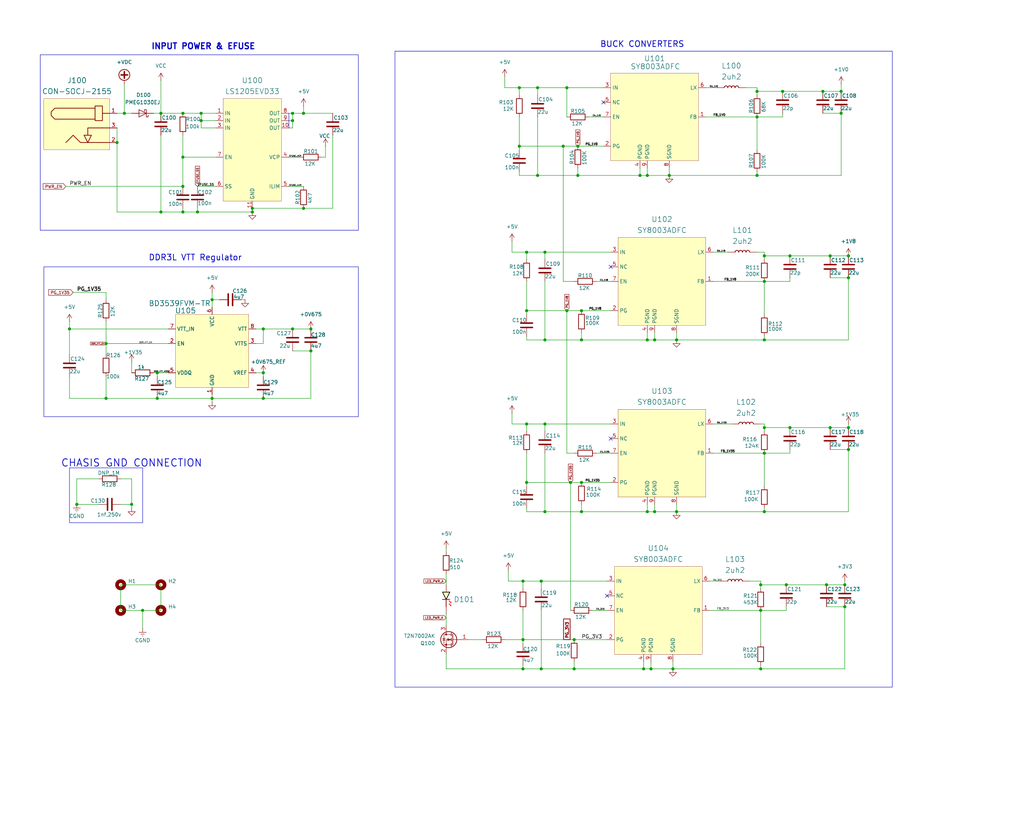
<source format=kicad_sch>
(kicad_sch (version 20231120) (generator "eeschema") (generator_version "8.0")
  (paper "User" 355.6 287.02)
  (title_block (title "Power") (date "2024-11-30") (rev "1"))
  (junction (at 199.39 232.41))
  (junction (at 63.5 39.37))
  (junction (at 182.88 147.32))
  (junction (at 182.88 167.64))
  (junction (at 63.5 73.66))
  (junction (at 43.18 39.37))
  (junction (at 91.44 129.54))
  (junction (at 91.44 114.3))
  (junction (at 196.85 107.95))
  (junction (at 182.88 107.95))
  (junction (at 200.66 50.8))
  (junction (at 294.64 96.52))
  (junction (at 63.5 54.61))
  (junction (at 87.63 73.66))
  (junction (at 189.23 147.32))
  (junction (at 224.79 118.11))
  (junction (at 273.05 203.2))
  (junction (at 232.41 60.96))
  (junction (at 180.34 50.8))
  (junction (at 107.95 114.3))
  (junction (at 262.89 60.96))
  (junction (at 181.61 201.93))
  (junction (at 201.93 177.8))
  (junction (at 201.93 107.95))
  (junction (at 181.61 222.25))
  (junction (at 224.79 177.8))
  (junction (at 201.93 118.11))
  (junction (at 24.13 114.3))
  (junction (at 293.37 203.2))
  (junction (at 226.06 232.41))
  (junction (at 54.61 138.43))
  (junction (at 288.29 148.59))
  (junction (at 26.67 175.26))
  (junction (at 262.89 31.75))
  (junction (at 293.37 210.82))
  (junction (at 222.25 60.96))
  (junction (at 187.96 201.93))
  (junction (at 287.02 203.2))
  (junction (at 199.39 222.25))
  (junction (at 63.5 64.77))
  (junction (at 55.88 73.66))
  (junction (at 265.43 118.11))
  (junction (at 101.6 39.37))
  (junction (at 189.23 87.63))
  (junction (at 36.83 138.43))
  (junction (at 223.52 232.41))
  (junction (at 55.88 39.37))
  (junction (at 189.23 177.8))
  (junction (at 294.64 148.59))
  (junction (at 200.66 60.96))
  (junction (at 201.93 167.64))
  (junction (at 294.64 156.21))
  (junction (at 36.83 119.38))
  (junction (at 40.64 49.53))
  (junction (at 264.16 203.2))
  (junction (at 285.75 31.75))
  (junction (at 265.43 148.59))
  (junction (at 274.32 148.59))
  (junction (at 234.95 118.11))
  (junction (at 68.58 73.66))
  (junction (at 101.6 41.91))
  (junction (at 105.41 39.37))
  (junction (at 288.29 88.9))
  (junction (at 195.58 50.8))
  (junction (at 186.69 60.96))
  (junction (at 101.6 114.3))
  (junction (at 271.78 31.75))
  (junction (at 265.43 177.8))
  (junction (at 274.32 88.9))
  (junction (at 265.43 88.9))
  (junction (at 105.41 72.39))
  (junction (at 189.23 118.11))
  (junction (at 224.79 60.96))
  (junction (at 294.64 88.9))
  (junction (at 265.43 97.79))
  (junction (at 73.66 104.14))
  (junction (at 182.88 87.63))
  (junction (at 227.33 177.8))
  (junction (at 262.89 40.64))
  (junction (at 69.85 41.91))
  (junction (at 264.16 212.09))
  (junction (at 292.1 39.37))
  (junction (at 69.85 39.37))
  (junction (at 233.68 232.41))
  (junction (at 198.12 167.64))
  (junction (at 49.53 212.09))
  (junction (at 186.69 30.48))
  (junction (at 234.95 177.8))
  (junction (at 181.61 232.41))
  (junction (at 227.33 118.11))
  (junction (at 45.72 175.26))
  (junction (at 107.95 121.92))
  (junction (at 180.34 30.48))
  (junction (at 54.61 129.54))
  (junction (at 264.16 232.41))
  (junction (at 87.63 72.39))
  (junction (at 292.1 31.75))
  (junction (at 265.43 157.48))
  (junction (at 91.44 138.43))
  (junction (at 73.66 138.43))
  (junction (at 187.96 232.41))
  (junction (at 196.85 30.48))
  (no_connect (at 210.82 207.01))
  (no_connect (at 212.09 152.4))
  (no_connect (at 209.55 35.56))
  (no_connect (at 212.09 92.71))
  (wire (pts (xy 180.34 33.02) (xy 180.34 30.48)))
  (wire (pts (xy 68.58 64.77) (xy 74.93 64.77)))
  (wire (pts (xy 201.93 115.57) (xy 201.93 118.11)))
  (wire (pts (xy 40.64 44.45) (xy 40.64 49.53)))
  (wire (pts (xy 91.44 119.38) (xy 91.44 114.3)))
  (wire (pts (xy 36.83 138.43) (xy 54.61 138.43)))
  (wire (pts (xy 182.88 109.22) (xy 182.88 107.95)))
  (wire (pts (xy 63.5 64.77) (xy 22.86 64.77)))
  (wire (pts (xy 101.6 44.45) (xy 100.33 44.45)))
  (wire (pts (xy 154.94 199.39) (xy 154.94 203.2)))
  (wire (pts (xy 265.43 157.48) (xy 274.32 157.48)))
  (wire (pts (xy 182.88 87.63) (xy 189.23 87.63)))
  (wire (pts (xy 154.94 190.5) (xy 154.94 191.77)))
  (wire (pts (xy 181.61 222.25) (xy 199.39 222.25)))
  (wire (pts (xy 54.61 129.54) (xy 58.42 129.54)))
  (wire (pts (xy 264.16 147.32) (xy 265.43 147.32)))
  (wire (pts (xy 199.39 229.87) (xy 199.39 232.41)))
  (wire (pts (xy 41.91 203.2) (xy 41.91 212.09)))
  (wire (pts (xy 180.34 50.8) (xy 180.34 40.64)))
  (wire (pts (xy 265.43 97.79) (xy 247.65 97.79)))
  (wire (pts (xy 273.05 203.2) (xy 287.02 203.2)))
  (wire (pts (xy 200.66 50.8) (xy 209.55 50.8)))
  (wire (pts (xy 274.32 148.59) (xy 288.29 148.59)))
  (wire (pts (xy 226.06 232.41) (xy 223.52 232.41)))
  (wire (pts (xy 234.95 118.11) (xy 227.33 118.11)))
  (wire (pts (xy 36.83 130.81) (xy 36.83 138.43)))
  (wire (pts (xy 204.47 40.64) (xy 209.55 40.64)))
  (wire (pts (xy 234.95 118.11) (xy 265.43 118.11)))
  (wire (pts (xy 36.83 104.14) (xy 36.83 101.6)))
  (wire (pts (xy 55.88 203.2) (xy 41.91 203.2)))
  (wire (pts (xy 271.78 31.75) (xy 262.89 31.75)))
  (wire (pts (xy 262.89 60.96) (xy 262.89 59.69)))
  (wire (pts (xy 189.23 97.79) (xy 189.23 118.11)))
  (wire (pts (xy 196.85 157.48) (xy 196.85 107.95)))
  (wire (pts (xy 41.91 175.26) (xy 45.72 175.26)))
  (wire (pts (xy 177.8 143.51) (xy 177.8 147.32)))
  (wire (pts (xy 294.64 118.11) (xy 294.64 96.52)))
  (wire (pts (xy 55.88 212.09) (xy 55.88 203.2)))
  (wire (pts (xy 234.95 175.26) (xy 234.95 177.8)))
  (wire (pts (xy 73.66 138.43) (xy 91.44 138.43)))
  (wire (pts (xy 264.16 232.41) (xy 264.16 231.14)))
  (wire (pts (xy 176.53 201.93) (xy 181.61 201.93)))
  (wire (pts (xy 49.53 212.09) (xy 49.53 218.44)))
  (wire (pts (xy 182.88 167.64) (xy 198.12 167.64)))
  (wire (pts (xy 58.42 119.38) (xy 36.83 119.38)))
  (wire (pts (xy 101.6 114.3) (xy 107.95 114.3)))
  (wire (pts (xy 186.69 40.64) (xy 186.69 60.96)))
  (wire (pts (xy 265.43 97.79) (xy 274.32 97.79)))
  (wire (pts (xy 68.58 73.66) (xy 68.58 72.39)))
  (wire (pts (xy 262.89 40.64) (xy 245.11 40.64)))
  (wire (pts (xy 182.88 118.11) (xy 189.23 118.11)))
  (wire (pts (xy 265.43 87.63) (xy 265.43 88.9)))
  (wire (pts (xy 105.41 36.83) (xy 105.41 39.37)))
  (wire (pts (xy 260.35 201.93) (xy 264.16 201.93)))
  (wire (pts (xy 175.26 222.25) (xy 181.61 222.25)))
  (wire (pts (xy 262.89 52.07) (xy 262.89 40.64)))
  (wire (pts (xy 182.88 107.95) (xy 196.85 107.95)))
  (wire (pts (xy 100.33 39.37) (xy 101.6 39.37)))
  (wire (pts (xy 233.68 232.41) (xy 264.16 232.41)))
  (wire (pts (xy 232.41 60.96) (xy 262.89 60.96)))
  (wire (pts (xy 182.88 168.91) (xy 182.88 167.64)))
  (wire (pts (xy 265.43 168.91) (xy 265.43 157.48)))
  (wire (pts (xy 224.79 177.8) (xy 224.79 175.26)))
  (wire (pts (xy 177.8 83.82) (xy 177.8 87.63)))
  (wire (pts (xy 262.89 31.75) (xy 262.89 33.02)))
  (wire (pts (xy 234.95 115.57) (xy 234.95 118.11)))
  (wire (pts (xy 227.33 175.26) (xy 227.33 177.8)))
  (wire (pts (xy 113.03 50.8) (xy 113.03 54.61)))
  (wire (pts (xy 182.88 118.11) (xy 182.88 116.84)))
  (wire (pts (xy 69.85 39.37) (xy 69.85 41.91)))
  (wire (pts (xy 264.16 232.41) (xy 293.37 232.41)))
  (wire (pts (xy 189.23 149.86) (xy 189.23 147.32)))
  (wire (pts (xy 285.75 39.37) (xy 292.1 39.37)))
  (wire (pts (xy 274.32 88.9) (xy 288.29 88.9)))
  (wire (pts (xy 40.64 73.66) (xy 40.64 49.53)))
  (wire (pts (xy 181.61 204.47) (xy 181.61 201.93)))
  (wire (pts (xy 198.12 212.09) (xy 198.12 167.64)))
  (wire (pts (xy 199.39 97.79) (xy 195.58 97.79)))
  (wire (pts (xy 294.64 177.8) (xy 294.64 156.21)))
  (wire (pts (xy 26.67 175.26) (xy 26.67 166.37)))
  (wire (pts (xy 271.78 31.75) (xy 285.75 31.75)))
  (wire (pts (xy 26.67 175.26) (xy 34.29 175.26)))
  (wire (pts (xy 76.2 104.14) (xy 73.66 104.14)))
  (wire (pts (xy 69.85 41.91) (xy 69.85 44.45)))
  (wire (pts (xy 45.72 166.37) (xy 45.72 175.26)))
  (wire (pts (xy 247.65 87.63) (xy 252.73 87.63)))
  (wire (pts (xy 265.43 118.11) (xy 265.43 116.84)))
  (wire (pts (xy 288.29 148.59) (xy 294.64 148.59)))
  (wire (pts (xy 113.03 54.61) (xy 111.76 54.61)))
  (wire (pts (xy 181.61 232.41) (xy 187.96 232.41)))
  (wire (pts (xy 41.91 212.09) (xy 49.53 212.09)))
  (wire (pts (xy 189.23 118.11) (xy 201.93 118.11)))
  (wire (pts (xy 195.58 50.8) (xy 200.66 50.8)))
  (wire (pts (xy 247.65 147.32) (xy 254 147.32)))
  (wire (pts (xy 199.39 222.25) (xy 210.82 222.25)))
  (wire (pts (xy 63.5 72.39) (xy 63.5 73.66)))
  (wire (pts (xy 24.13 130.81) (xy 24.13 138.43)))
  (wire (pts (xy 264.16 203.2) (xy 264.16 204.47)))
  (wire (pts (xy 101.6 39.37) (xy 101.6 41.91)))
  (wire (pts (xy 187.96 204.47) (xy 187.96 201.93)))
  (wire (pts (xy 182.88 149.86) (xy 182.88 147.32)))
  (wire (pts (xy 264.16 223.52) (xy 264.16 212.09)))
  (wire (pts (xy 222.25 60.96) (xy 222.25 58.42)))
  (wire (pts (xy 154.94 213.36) (xy 154.94 217.17)))
  (wire (pts (xy 274.32 88.9) (xy 265.43 88.9)))
  (wire (pts (xy 201.93 175.26) (xy 201.93 177.8)))
  (wire (pts (xy 265.43 148.59) (xy 265.43 149.86)))
  (wire (pts (xy 292.1 60.96) (xy 292.1 39.37)))
  (wire (pts (xy 55.88 27.94) (xy 55.88 39.37)))
  (wire (pts (xy 224.79 58.42) (xy 224.79 60.96)))
  (wire (pts (xy 175.26 26.67) (xy 175.26 30.48)))
  (wire (pts (xy 43.18 39.37) (xy 40.64 39.37)))
  (wire (pts (xy 115.57 72.39) (xy 105.41 72.39)))
  (wire (pts (xy 274.32 148.59) (xy 265.43 148.59)))
  (wire (pts (xy 91.44 114.3) (xy 101.6 114.3)))
  (wire (pts (xy 294.64 147.32) (xy 294.64 148.59)))
  (wire (pts (xy 234.95 177.8) (xy 227.33 177.8)))
  (wire (pts (xy 262.89 60.96) (xy 292.1 60.96)))
  (wire (pts (xy 196.85 30.48) (xy 209.55 30.48)))
  (wire (pts (xy 105.41 39.37) (xy 115.57 39.37)))
  (wire (pts (xy 115.57 46.99) (xy 115.57 72.39)))
  (wire (pts (xy 288.29 96.52) (xy 294.64 96.52)))
  (wire (pts (xy 107.95 138.43) (xy 91.44 138.43)))
  (wire (pts (xy 182.88 177.8) (xy 182.88 176.53)))
  (wire (pts (xy 63.5 54.61) (xy 63.5 46.99)))
  (wire (pts (xy 180.34 52.07) (xy 180.34 50.8)))
  (wire (pts (xy 265.43 109.22) (xy 265.43 97.79)))
  (wire (pts (xy 186.69 33.02) (xy 186.69 30.48)))
  (wire (pts (xy 54.61 130.81) (xy 54.61 129.54)))
  (wire (pts (xy 180.34 60.96) (xy 180.34 59.69)))
  (wire (pts (xy 207.01 97.79) (xy 212.09 97.79)))
  (wire (pts (xy 199.39 232.41) (xy 223.52 232.41)))
  (wire (pts (xy 73.66 139.7) (xy 73.66 138.43)))
  (wire (pts (xy 87.63 72.39) (xy 87.63 73.66)))
  (wire (pts (xy 154.94 232.41) (xy 181.61 232.41)))
  (wire (pts (xy 91.44 129.54) (xy 88.9 129.54)))
  (wire (pts (xy 74.93 39.37) (xy 69.85 39.37)))
  (wire (pts (xy 182.88 107.95) (xy 182.88 97.79)))
  (wire (pts (xy 104.14 54.61) (xy 100.33 54.61)))
  (wire (pts (xy 265.43 118.11) (xy 294.64 118.11)))
  (wire (pts (xy 55.88 46.99) (xy 55.88 73.66)))
  (wire (pts (xy 223.52 232.41) (xy 223.52 229.87)))
  (wire (pts (xy 227.33 115.57) (xy 227.33 118.11)))
  (wire (pts (xy 53.34 129.54) (xy 54.61 129.54)))
  (wire (pts (xy 69.85 44.45) (xy 74.93 44.45)))
  (wire (pts (xy 186.69 30.48) (xy 196.85 30.48)))
  (wire (pts (xy 262.89 87.63) (xy 265.43 87.63)))
  (wire (pts (xy 162.56 222.25) (xy 167.64 222.25)))
  (wire (pts (xy 182.88 167.64) (xy 182.88 157.48)))
  (wire (pts (xy 55.88 39.37) (xy 63.5 39.37)))
  (wire (pts (xy 233.68 229.87) (xy 233.68 232.41)))
  (wire (pts (xy 201.93 107.95) (xy 212.09 107.95)))
  (wire (pts (xy 287.02 210.82) (xy 293.37 210.82)))
  (wire (pts (xy 265.43 157.48) (xy 247.65 157.48)))
  (wire (pts (xy 101.6 121.92) (xy 107.95 121.92)))
  (wire (pts (xy 100.33 41.91) (xy 101.6 41.91)))
  (wire (pts (xy 187.96 212.09) (xy 187.96 232.41)))
  (wire (pts (xy 101.6 41.91) (xy 101.6 44.45)))
  (wire (pts (xy 88.9 119.38) (xy 91.44 119.38)))
  (wire (pts (xy 73.66 104.14) (xy 73.66 106.68)))
  (wire (pts (xy 55.88 39.37) (xy 53.34 39.37)))
  (wire (pts (xy 287.02 203.2) (xy 293.37 203.2)))
  (wire (pts (xy 265.43 177.8) (xy 294.64 177.8)))
  (wire (pts (xy 227.33 118.11) (xy 224.79 118.11)))
  (wire (pts (xy 36.83 123.19) (xy 36.83 119.38)))
  (wire (pts (xy 69.85 41.91) (xy 74.93 41.91)))
  (wire (pts (xy 73.66 101.6) (xy 73.66 104.14)))
  (wire (pts (xy 85.09 104.14) (xy 83.82 104.14)))
  (wire (pts (xy 91.44 130.81) (xy 91.44 129.54)))
  (wire (pts (xy 265.43 88.9) (xy 265.43 90.17)))
  (wire (pts (xy 181.61 222.25) (xy 181.61 212.09)))
  (wire (pts (xy 205.74 212.09) (xy 210.82 212.09)))
  (wire (pts (xy 224.79 118.11) (xy 224.79 115.57)))
  (wire (pts (xy 245.11 30.48) (xy 248.92 30.48)))
  (wire (pts (xy 201.93 118.11) (xy 224.79 118.11)))
  (wire (pts (xy 45.72 166.37) (xy 41.91 166.37)))
  (wire (pts (xy 227.33 177.8) (xy 224.79 177.8)))
  (wire (pts (xy 180.34 60.96) (xy 186.69 60.96)))
  (wire (pts (xy 199.39 157.48) (xy 196.85 157.48)))
  (wire (pts (xy 293.37 232.41) (xy 293.37 210.82)))
  (wire (pts (xy 189.23 90.17) (xy 189.23 87.63)))
  (wire (pts (xy 105.41 39.37) (xy 101.6 39.37)))
  (wire (pts (xy 73.66 138.43) (xy 73.66 137.16)))
  (wire (pts (xy 63.5 73.66) (xy 68.58 73.66)))
  (wire (pts (xy 189.23 157.48) (xy 189.23 177.8)))
  (wire (pts (xy 273.05 212.09) (xy 273.05 210.82)))
  (wire (pts (xy 107.95 121.92) (xy 107.95 138.43)))
  (wire (pts (xy 262.89 30.48) (xy 262.89 31.75)))
  (wire (pts (xy 262.89 40.64) (xy 271.78 40.64)))
  (wire (pts (xy 200.66 60.96) (xy 222.25 60.96)))
  (wire (pts (xy 288.29 156.21) (xy 294.64 156.21)))
  (wire (pts (xy 265.43 147.32) (xy 265.43 148.59)))
  (wire (pts (xy 24.13 114.3) (xy 24.13 111.76)))
  (wire (pts (xy 189.23 177.8) (xy 201.93 177.8)))
  (wire (pts (xy 63.5 64.77) (xy 63.5 54.61)))
  (wire (pts (xy 232.41 60.96) (xy 224.79 60.96)))
  (wire (pts (xy 177.8 147.32) (xy 182.88 147.32)))
  (wire (pts (xy 175.26 30.48) (xy 180.34 30.48)))
  (wire (pts (xy 181.61 201.93) (xy 187.96 201.93)))
  (wire (pts (xy 233.68 232.41) (xy 226.06 232.41)))
  (wire (pts (xy 49.53 212.09) (xy 55.88 212.09)))
  (wire (pts (xy 24.13 123.19) (xy 24.13 114.3)))
  (wire (pts (xy 232.41 58.42) (xy 232.41 60.96)))
  (wire (pts (xy 201.93 167.64) (xy 212.09 167.64)))
  (wire (pts (xy 293.37 201.93) (xy 293.37 203.2)))
  (wire (pts (xy 180.34 50.8) (xy 195.58 50.8)))
  (wire (pts (xy 45.72 125.73) (xy 45.72 129.54)))
  (wire (pts (xy 180.34 30.48) (xy 186.69 30.48)))
  (wire (pts (xy 273.05 203.2) (xy 264.16 203.2)))
  (wire (pts (xy 246.38 201.93) (xy 250.19 201.93)))
  (wire (pts (xy 259.08 30.48) (xy 262.89 30.48)))
  (wire (pts (xy 207.01 157.48) (xy 212.09 157.48)))
  (wire (pts (xy 54.61 138.43) (xy 73.66 138.43)))
  (wire (pts (xy 224.79 60.96) (xy 222.25 60.96)))
  (wire (pts (xy 100.33 64.77) (xy 105.41 64.77)))
  (wire (pts (xy 234.95 177.8) (xy 265.43 177.8)))
  (wire (pts (xy 186.69 60.96) (xy 200.66 60.96)))
  (wire (pts (xy 264.16 212.09) (xy 246.38 212.09)))
  (wire (pts (xy 177.8 87.63) (xy 182.88 87.63)))
  (wire (pts (xy 288.29 88.9) (xy 294.64 88.9)))
  (wire (pts (xy 196.85 40.64) (xy 196.85 30.48)))
  (wire (pts (xy 189.23 87.63) (xy 212.09 87.63)))
  (wire (pts (xy 274.32 157.48) (xy 274.32 156.21)))
  (wire (pts (xy 274.32 97.79) (xy 274.32 96.52)))
  (wire (pts (xy 198.12 167.64) (xy 201.93 167.64)))
  (wire (pts (xy 154.94 227.33) (xy 154.94 232.41)))
  (wire (pts (xy 189.23 147.32) (xy 212.09 147.32)))
  (wire (pts (xy 195.58 97.79) (xy 195.58 50.8)))
  (wire (pts (xy 181.61 223.52) (xy 181.61 222.25)))
  (wire (pts (xy 55.88 73.66) (xy 63.5 73.66)))
  (wire (pts (xy 264.16 212.09) (xy 273.05 212.09)))
  (wire (pts (xy 55.88 73.66) (xy 40.64 73.66)))
  (wire (pts (xy 36.83 119.38) (xy 36.83 111.76)))
  (wire (pts (xy 285.75 31.75) (xy 292.1 31.75)))
  (wire (pts (xy 74.93 54.61) (xy 63.5 54.61)))
  (wire (pts (xy 201.93 177.8) (xy 224.79 177.8)))
  (wire (pts (xy 88.9 114.3) (xy 91.44 114.3)))
  (wire (pts (xy 200.66 58.42) (xy 200.66 60.96)))
  (wire (pts (xy 43.18 29.21) (xy 43.18 39.37)))
  (wire (pts (xy 182.88 147.32) (xy 189.23 147.32)))
  (wire (pts (xy 26.67 166.37) (xy 34.29 166.37)))
  (wire (pts (xy 182.88 177.8) (xy 189.23 177.8)))
  (wire (pts (xy 45.72 176.53) (xy 45.72 175.26)))
  (wire (pts (xy 58.42 114.3) (xy 24.13 114.3)))
  (wire (pts (xy 199.39 232.41) (xy 187.96 232.41)))
  (wire (pts (xy 265.43 177.8) (xy 265.43 176.53)))
  (wire (pts (xy 24.13 138.43) (xy 36.83 138.43)))
  (wire (pts (xy 63.5 39.37) (xy 69.85 39.37)))
  (wire (pts (xy 87.63 72.39) (xy 105.41 72.39)))
  (wire (pts (xy 181.61 232.41) (xy 181.61 231.14)))
  (wire (pts (xy 187.96 201.93) (xy 210.82 201.93)))
  (wire (pts (xy 292.1 29.21) (xy 292.1 31.75)))
  (wire (pts (xy 68.58 73.66) (xy 87.63 73.66)))
  (wire (pts (xy 25.4 101.6) (xy 36.83 101.6)))
  (wire (pts (xy 182.88 90.17) (xy 182.88 87.63)))
  (wire (pts (xy 45.72 39.37) (xy 43.18 39.37)))
  (wire (pts (xy 196.85 107.95) (xy 201.93 107.95)))
  (wire (pts (xy 176.53 198.12) (xy 176.53 201.93)))
  (wire (pts (xy 271.78 40.64) (xy 271.78 39.37)))
  (wire (pts (xy 264.16 201.93) (xy 264.16 203.2)))
  (wire (pts (xy 226.06 229.87) (xy 226.06 232.41)))
  (rectangle (start 15.24 92.71) (end 124.46 144.78))
  (rectangle (start 137.16 17.78) (end 309.88 238.76))
  (rectangle (start 24.13 162.56) (end 49.53 181.61))
  (rectangle (start 13.97 19.05) (end 124.46 80.01))
  (rectangle (start 100.33 39.37) (end 100.33 44.45))
  (text "INPUT POWER & EFUSE\n" (at 70.612 16.256 0) (effects (font (size 2.032 2.032) (thickness 0.4064) (bold yes))))
  (text "DDR3L VTT Regulator" (at 67.818 89.662 0) (effects (font (size 2.032 2.032) (thickness 0.254) (bold yes))))
  (text "BUCK CONVERTERS" (at 223.012 15.494 0) (effects (font (size 2.032 2.032) (thickness 0.254) (bold yes))))
  (text "CHASIS GND CONNECTION" (at 45.72 161.036 0) (effects (font (size 2.54 2.54) (thickness 0.254) (bold yes))))
  (label "SW_1V35" (at 248.92 147.32 0) (effects (font (size 0.508 0.508) (thickness 0.254) (bold yes))))
  (label "DDR_VTT_VDDQ" (at 53.34 129.54 0) (effects (font (size 0.508 0.508) (thickness 0.254) (bold yes))))
  (label "EN_3V3" (at 207.01 212.09 0) (effects (font (size 0.508 0.508) (thickness 0.254) (bold yes))))
  (label "PG_1V35" (at 203.2 167.64 0) (effects (font (size 0.762 0.762) (thickness 0.254) (bold yes))))
  (label "FB_1V0" (at 247.65 40.64 0) (effects (font (size 0.762 0.762) (thickness 0.254) (bold yes))))
  (label "EFUSE_SS" (at 68.58 64.77 0) (effects (font (size 0.762 0.762))))
  (label "EN_1V35" (at 208.28 157.48 0) (effects (font (size 0.508 0.508) (thickness 0.254) (bold yes))))
  (label "PWR_EN" (at 24.13 64.77 0))
  (label "SW_3V3" (at 247.65 201.93 0) (effects (font (size 0.508 0.508) (thickness 0.0635))))
  (label "DDR_VTT_EN" (at 48.26 119.38 0) (effects (font (size 0.508 0.508) (thickness 0.0635))))
  (label "PG_1V8" (at 204.47 107.95 0) (effects (font (size 0.762 0.762) (thickness 0.254) (bold yes))))
  (label "EFUSE_VCP" (at 100.33 54.61 0) (effects (font (size 0.508 0.508))))
  (label "PG_1V0" (at 203.2 50.8 0) (effects (font (size 0.762 0.762) (thickness 0.254) (bold yes))))
  (label "EN_1V0" (at 205.74 40.64 0) (effects (font (size 0.508 0.508) (thickness 0.254) (bold yes))))
  (label "SW_1V8" (at 248.92 87.63 0) (effects (font (size 0.508 0.508) (thickness 0.254) (bold yes))))
  (label "EFUSE_ILIM" (at 100.33 64.77 0) (effects (font (size 0.508 0.508))))
  (label "PG_3V3" (at 201.93 222.25 0) (effects (font (thickness 0.1588))))
  (label "EN_1V8" (at 208.28 97.79 0) (effects (font (size 0.508 0.508) (thickness 0.254) (bold yes))))
  (label "FB_3V3" (at 248.92 212.09 0) (effects (font (size 0.762 0.762) (thickness 0.0953))))
  (label "FB_1V35" (at 250.19 157.48 0) (effects (font (size 0.762 0.762) (thickness 0.254) (bold yes))))
  (label "PG_1V35" (at 26.67 101.6 0) (effects (font (thickness 0.254) (bold yes))))
  (label "SW_1V0" (at 246.38 30.48 0) (effects (font (size 0.508 0.508) (thickness 0.254) (bold yes))))
  (label "FB_1V8" (at 251.46 97.79 0) (effects (font (size 0.762 0.762) (thickness 0.254) (bold yes))))
  (global_label "PG_1V35" (shape input) (at 25.4 101.6 180) (effects (font (size 1.016 1.016))) (property "Intersheetrefs" "${INTERSHEET_REFS}" (effects (hide yes))))
  (global_label "LED_PWR_A" (shape input) (at 154.94 201.93 180) (effects (font (size 0.762 0.762))) (property "Intersheetrefs" "${INTERSHEET_REFS}" (effects (hide yes))))
  (global_label "PG_1V0" (shape input) (at 200.66 50.8 90) (effects (font (size 0.762 0.762))) (property "Intersheetrefs" "${INTERSHEET_REFS}" (effects (hide yes))))
  (global_label "LED_PWR_K" (shape input) (at 154.94 214.63 180) (effects (font (size 0.762 0.762))) (property "Intersheetrefs" "${INTERSHEET_REFS}" (effects (hide yes))))
  (global_label "EFUSE_SS" (shape input) (at 68.58 64.77 90) (effects (font (size 0.762 0.762))) (property "Intersheetrefs" "${INTERSHEET_REFS}" (effects (hide yes))))
  (global_label "DDR_VTT_EN" (shape input) (at 36.83 119.38 180) (effects (font (size 0.508 0.508))) (property "Intersheetrefs" "${INTERSHEET_REFS}" (effects (hide yes))))
  (global_label "PG_1V35" (shape input) (at 198.12 167.64 90) (effects (font (size 0.762 0.762))) (property "Intersheetrefs" "${INTERSHEET_REFS}" (effects (hide yes))))
  (global_label "PG_1V8" (shape input) (at 196.85 107.95 90) (effects (font (size 0.762 0.762))) (property "Intersheetrefs" "${INTERSHEET_REFS}" (effects (hide yes))))
  (global_label "PWR_EN" (shape input) (at 22.86 64.77 180) (effects (font (size 1.016 1.016))) (property "Intersheetrefs" "${INTERSHEET_REFS}" (effects (hide yes))))
  (global_label "PG_3V3" (shape passive) (at 196.85 222.25 90) (effects (font (size 1.016 1.016) (thickness 0.254) (bold yes))) (property "Intersheetrefs" "${INTERSHEET_REFS}" (effects (hide yes))))
  (symbol (lib_id "power:+1V35") (at 294.64 147.32 0) (unit 1)
    (property "Reference" "#PWR023" (effects (hide yes)))
    (property "Value" "+1V35" (at 295.148 144.018 0))
    (property "Description" "Power symbol creates a global label with name \"+1V35\"" (effects (hide yes)))
  )
  (symbol (lib_id "Device:C") (at 288.29 152.4 0) (unit 1)
    (property "Reference" "C117" (at 288.544 150.114 0) (effects (justify left)))
    (property "Value" "22u" (at 288.29 154.432 0) (effects (justify left)))
    (property "Footprint" "easyeda2kicad_foorprint:C0805" (effects (hide yes)))
    (property "Description" "Unpolarized capacitor" (effects (hide yes)))
    (property "LCSC" "C45783" (effects (hide yes)))
    (property "Manufacturer Part Number" "CL21A226MAQNNNE" (effects (hide yes)))
  )
  (symbol (lib_id "power:VCC") (at 55.88 27.94 0) (unit 1)
    (property "Reference" "#PWR03" (effects (hide yes)))
    (property "Value" "VCC" (at 55.88 22.86 0))
    (property "Description" "Power symbol creates a global label with name \"VCC\"" (effects (hide yes)))
  )
  (symbol (lib_id "Device:R") (at 182.88 153.67 180) (unit 1)
    (property "Reference" "R113" (at 179.07 152.146 0))
    (property "Value" "12K" (at 179.832 153.924 0))
    (property "Footprint" "Resistor_SMD:R_0402_1005Metric" (effects (hide yes)))
    (property "Description" "Resistor" (effects (hide yes)))
    (property "LCSC" "C25752" (effects (hide yes)))
    (property "Manufacturer Part Number" "0402WGF1202TCE" (effects (hide yes)))
  )
  (symbol (lib_id "Device:R") (at 182.88 93.98 180) (unit 1)
    (property "Reference" "R108" (at 179.324 92.71 0))
    (property "Value" "12K" (at 179.832 94.996 0))
    (property "Footprint" "Resistor_SMD:R_0402_1005Metric" (effects (hide yes)))
    (property "Description" "Resistor" (effects (hide yes)))
    (property "LCSC" "C25752" (effects (hide yes)))
    (property "Manufacturer Part Number" "0402WGF1202TCE" (effects (hide yes)))
  )
  (symbol (lib_id "Device:R") (at 262.89 36.83 180) (unit 1)
    (property "Reference" "R106" (at 260.858 36.83 90))
    (property "Value" "68K" (at 265.176 37.084 90))
    (property "Footprint" "Resistor_SMD:R_0402_1005Metric" (effects (hide yes)))
    (property "Description" "Resistor" (effects (hide yes)))
    (property "LCSC" "C23231" (effects (hide yes)))
    (property "Manufacturer Part Number" " 0603WAF6802T5E" (effects (hide yes)))
  )
  (symbol (lib_id "power:+5V") (at 24.13 111.76 0) (unit 1)
    (property "Reference" "#PWR06" (effects (hide yes)))
    (property "Value" "+5V" (at 24.13 106.68 0))
    (property "Description" "Power symbol creates a global label with name \"+5V\"" (effects (hide yes)))
  )
  (symbol (lib_id "Device:C") (at 292.1 35.56 0) (unit 1)
    (property "Reference" "C108" (at 292.354 33.274 0) (effects (justify left)))
    (property "Value" "22u" (at 292.1 37.592 0) (effects (justify left)))
    (property "Footprint" "easyeda2kicad_foorprint:C0805" (effects (hide yes)))
    (property "Description" "Unpolarized capacitor" (effects (hide yes)))
    (property "LCSC" "C45783" (effects (hide yes)))
    (property "Manufacturer Part Number" "CL21A226MAQNNNE" (effects (hide yes)))
  )
  (symbol (lib_id "Device:C") (at 287.02 207.01 0) (unit 1)
    (property "Reference" "C122" (at 287.274 204.724 0) (effects (justify left)))
    (property "Value" "22u" (at 287.02 209.042 0) (effects (justify left)))
    (property "Footprint" "easyeda2kicad_foorprint:C0805" (effects (hide yes)))
    (property "Description" "Unpolarized capacitor" (effects (hide yes)))
    (property "LCSC" "C45783" (effects (hide yes)))
    (property "Manufacturer Part Number" "CL21A226MAQNNNE" (effects (hide yes)))
  )
  (symbol (lib_id "Device:R") (at 262.89 55.88 180) (unit 1)
    (property "Reference" "R107" (at 260.858 55.88 90))
    (property "Value" "100K" (at 265.176 56.134 90))
    (property "Footprint" "Resistor_SMD:R_0402_1005Metric" (effects (hide yes)))
    (property "Description" "Resistor" (effects (hide yes)))
    (property "LCSC" "C25741" (effects (hide yes)))
    (property "Manufacturer Part Number" "0402WGF1003TCE" (effects (hide yes)))
  )
  (symbol (lib_id "Schematic-Lib-PhilsLab:SY8003ADFC") (at 229.87 97.79 0) (unit 1)
    (property "Reference" "U102" (at 229.87 76.2 0) (effects (font (size 1.8288 1.8288))))
    (property "Value" "SY8003ADFC" (at 229.87 80.01 0) (effects (font (size 1.8288 1.8288))))
    (property "Footprint" "easyeda2kicad_foorprint:DFN-8_L2.0-W2.0-P0.50-LS2.0-BL-EP" (effects (hide yes)))
    (property "Description" "High Efficiency 5.5V, 3A Continuous, 1MHz Synchronous Step Down Regulator" (effects (hide yes)))
    (property "Manufacturer" "Silergy" (effects (hide yes)))
    (property "Manufacturer Part Number" "High Efficiency 5.5V, 3A continuous, 1MHz" (effects (hide yes)))
    (property "LCSC" "C178236" (effects (hide yes)))
  )
  (symbol (lib_id "Schematic-Lib-PhilsLab:SRP0415-2R2K") (at 259.08 147.32 0) (unit 1)
    (property "Reference" "L102" (at 259.08 139.7 0) (effects (font (size 1.8288 1.8288))))
    (property "Value" "2uh2" (at 259.08 143.51 0) (effects (font (size 1.8288 1.8288))))
    (property "Footprint" "easyeda2kicad_foorprint:IND-SMD_L4.4-W4.1" (effects (hide yes)))
    (property "Description" "Inductor SMD 2.2uH Bourns SRP0415-2R2K" (effects (hide yes)))
    (property "Manufacturer" "Bourns" (effects (hide yes)))
    (property "Manufacturer Part Number" "SRP0415-2R2K" (effects (hide yes)))
    (property "LCSC" " C1858073" (effects (hide yes)))
  )
  (symbol (lib_id "power:VCC") (at 113.03 50.8 0) (unit 1)
    (property "Reference" "#PWR05" (effects (hide yes)))
    (property "Value" "VCC" (at 112.776 47.244 0))
    (property "Description" "Power symbol creates a global label with name \"VCC\"" (effects (hide yes)))
  )
  (symbol (lib_id "Device:C") (at 274.32 152.4 0) (unit 1)
    (property "Reference" "C116" (at 274.574 150.114 0) (effects (justify left)))
    (property "Value" "22p" (at 274.32 154.432 0) (effects (justify left)))
    (property "Footprint" "Capacitor_SMD:C_0402_1005Metric" (effects (hide yes)))
    (property "Description" "Unpolarized capacitor" (effects (hide yes)))
    (property "LCSC" "C1555" (effects (hide yes)))
    (property "Manufacturer Part Number" "0402CG220J500NT" (effects (hide yes)))
  )
  (symbol (lib_id "power:GND") (at 85.09 104.14 0) (unit 1)
    (property "Reference" "#PWR012" (effects (hide yes)))
    (property "Value" "GND" (effects (hide yes)))
    (property "Description" "Power symbol creates a global label with name \"GND\" , ground" (effects (hide yes)))
  )
  (symbol (lib_id "power:+5V") (at 175.26 26.67 0) (unit 1)
    (property "Reference" "#PWR015" (effects (hide yes)))
    (property "Value" "+5V" (at 175.26 21.59 0))
    (property "Description" "Power symbol creates a global label with name \"+5V\"" (effects (hide yes)))
  )
  (symbol (lib_id "Schematic-Lib-PhilsLab:LS1205EVD33") (at 87.63 52.07 0) (unit 1)
    (property "Reference" "U100" (at 87.63 27.94 0) (effects (font (size 1.8288 1.8288))))
    (property "Value" "LS1205EVD33" (at 87.63 31.75 0) (effects (font (size 1.8288 1.8288))))
    (property "Footprint" "easyeda2kicad_foorprint:TDFN-10_L3.0-W3.0-P0.50-BL-EP-2.3-1" (effects (hide yes)))
    (property "Description" "18V, 5A eFuse with Programmable Current Limit and Output Voltage Clamp" (effects (hide yes)))
    (property "Manufacturer" "Littelfuse" (effects (hide yes)))
    (property "Manufacturer Part Number" "LS1205EVD33" (effects (hide yes)))
    (property "LCSC" "C6653278" (effects (hide yes)))
  )
  (symbol (lib_id "power:+1V0") (at 107.95 114.3 0) (unit 1)
    (property "Reference" "#PWR09" (effects (hide yes)))
    (property "Value" "+0V675" (at 107.95 109.22 0))
    (property "Description" "Power symbol creates a global label with name \"+1V0\"" (effects (hide yes)))
  )
  (symbol (lib_id "power:GND") (at 45.72 176.53 0) (unit 1)
    (property "Reference" "#PWR013" (effects (hide yes)))
    (property "Value" "GND" (effects (hide yes)))
    (property "Description" "Power symbol creates a global label with name \"GND\" , ground" (effects (hide yes)))
  )
  (symbol (lib_id "power:+1V0") (at 292.1 29.21 0) (unit 1)
    (property "Reference" "#PWR017" (effects (hide yes)))
    (property "Value" "+1V0" (at 292.1 24.13 0))
    (property "Description" "Power symbol creates a global label with name \"+1V0\"" (effects (hide yes)))
  )
  (symbol (lib_id "Device:C") (at 288.29 92.71 0) (unit 1)
    (property "Reference" "C112" (at 288.544 90.424 0) (effects (justify left)))
    (property "Value" "22u" (at 288.29 94.742 0) (effects (justify left)))
    (property "Footprint" "easyeda2kicad_foorprint:C0805" (effects (hide yes)))
    (property "Description" "Unpolarized capacitor" (effects (hide yes)))
    (property "LCSC" "C45783" (effects (hide yes)))
    (property "Manufacturer Part Number" "CL21A226MAQNNNE" (effects (hide yes)))
  )
  (symbol (lib_id "power:Earth") (at 26.67 175.26 0) (unit 1)
    (property "Reference" "#PWR014" (effects (hide yes)))
    (property "Value" "CGND" (at 26.67 179.324 0))
    (property "Description" "Power symbol creates a global label with name \"Earth\"" (effects (hide yes)))
  )
  (symbol (lib_id "Transistor_FET:T2N7002AK") (at 157.48 222.25 0) (mirror y) (unit 1)
    (property "Reference" "Q100" (at 151.13 223.5201 0) (effects (justify left)))
    (property "Value" "T2N7002AK" (at 151.13 220.9801 0) (effects (justify left)))
    (property "Footprint" "Package_TO_SOT_SMD:SOT-23" (effects (hide yes)))
    (property "Datasheet" "https://toshiba.semicon-storage.com/info/docget.jsp?did=29712&prodName=T2N7002AK" (effects (hide yes)))
    (property "Description" "60V Vds, 0.2A Id, N-Channel MOSFET, SOT-23" (effects (hide yes)))
    (property "LCSC" "C516175" (effects (hide yes)))
    (property "Manufacturer Part Number" " T2N7002AK,LM" (effects (hide yes)))
  )
  (symbol (lib_id "Mechanical:MountingHole") (at 55.88 212.09 0) (unit 1) (exclude_from_sim yes) (in_bom no)
    (property "Reference" "H4" (at 58.42 210.8199 0) (effects (justify left)))
    (property "Value" "MountingHole" (effects (hide yes)))
    (property "Footprint" "MountingHole:MountingHole_3.2mm_M3" (effects (hide yes)))
    (property "Description" "Mounting Hole without connection" (effects (hide yes)))
  )
  (symbol (lib_id "power:+5V") (at 177.8 143.51 0) (unit 1)
    (property "Reference" "#PWR021" (effects (hide yes)))
    (property "Value" "+5V" (at 177.8 138.43 0))
    (property "Description" "Power symbol creates a global label with name \"+5V\"" (effects (hide yes)))
  )
  (symbol (lib_id "power:GND") (at 234.95 118.11 0) (unit 1)
    (property "Reference" "#PWR019" (effects (hide yes)))
    (property "Value" "GND" (effects (hide yes)))
    (property "Description" "Power symbol creates a global label with name \"GND\" , ground" (effects (hide yes)))
  )
  (symbol (lib_id "Device:C") (at 80.01 104.14 90) (unit 1)
    (property "Reference" "C126" (at 85.852 101.092 90) (effects (justify left)))
    (property "Value" "4u7" (at 84.836 103.124 90) (effects (justify left)))
    (property "Footprint" "Capacitor_SMD:C_0402_1005Metric" (effects (hide yes)))
    (property "Description" "Unpolarized capacitor" (effects (hide yes)))
    (property "LCSC" "C23733" (effects (hide yes)))
    (property "Manufacturer Part Number" "CL05A475MP5NRNC" (effects (hide yes)))
  )
  (symbol (lib_id "Device:R") (at 203.2 157.48 90) (unit 1)
    (property "Reference" "R115" (at 203.2 155.448 90))
    (property "Value" "12K" (at 202.946 159.766 90))
    (property "Footprint" "Resistor_SMD:R_0402_1005Metric" (effects (hide yes)))
    (property "Description" "Resistor" (effects (hide yes)))
    (property "LCSC" "C25752" (effects (hide yes)))
    (property "Manufacturer Part Number" "0402WGF1202TCE" (effects (hide yes)))
  )
  (symbol (lib_id "Schematic-Lib-PhilsLab:SRP0415-2R2K") (at 254 30.48 0) (unit 1)
    (property "Reference" "L100" (at 254 22.86 0) (effects (font (size 1.8288 1.8288))))
    (property "Value" "2uh2" (at 254 26.67 0) (effects (font (size 1.8288 1.8288))))
    (property "Footprint" "easyeda2kicad_foorprint:IND-SMD_L4.4-W4.1" (effects (hide yes)))
    (property "Description" "Inductor SMD 2.2uH Bourns SRP0415-2R2K" (effects (hide yes)))
    (property "Manufacturer" "Bourns" (effects (hide yes)))
    (property "Manufacturer Part Number" "SRP0415-2R2K" (effects (hide yes)))
    (property "LCSC" " C1858073" (effects (hide yes)))
  )
  (symbol (lib_id "Device:R") (at 201.93 212.09 90) (unit 1)
    (property "Reference" "R120" (at 201.93 210.058 90))
    (property "Value" "12K" (at 201.676 214.376 90))
    (property "Footprint" "Resistor_SMD:R_0402_1005Metric" (effects (hide yes)))
    (property "Description" "Resistor" (effects (hide yes)))
    (property "LCSC" "C25752" (effects (hide yes)))
    (property "Manufacturer Part Number" "0402WGF1202TCE" (effects (hide yes)))
  )
  (symbol (lib_id "Diode:PMEG1030EJ") (at 49.53 39.37 180) (unit 1)
    (property "Reference" "D100" (at 49.8475 33.02 0))
    (property "Value" "PMEG1030EJ" (at 49.53 35.56 0))
    (property "Footprint" "easyeda2kicad_foorprint:SOD-323_L1.8-W1.3-LS2.5-RD" (effects (hide yes)))
    (property "Datasheet" "https://assets.nexperia.com/documents/data-sheet/PMEG1030EH_EJ.pdf" (effects (hide yes)))
    (property "Description" "10V, 3A ultra low Vf MEGA Schottky barrier rectifier, SOD-323F" (effects (hide yes)))
    (property "LCSC" "C133633" (effects (hide yes)))
    (property "Field6Manufacturer Part Number" "PMEG1030EJ" (effects (hide yes)))
  )
  (symbol (lib_id "Device:C") (at 187.96 208.28 0) (unit 1)
    (property "Reference" "C119" (at 188.214 205.994 0) (effects (justify left)))
    (property "Value" "22u" (at 187.96 210.312 0) (effects (justify left)))
    (property "Footprint" "easyeda2kicad_foorprint:C0805" (effects (hide yes)))
    (property "Description" "Unpolarized capacitor" (effects (hide yes)))
    (property "LCSC" "C45783" (effects (hide yes)))
    (property "Manufacturer Part Number" "CL21A226MAQNNNE" (effects (hide yes)))
  )
  (symbol (lib_id "Device:R") (at 265.43 113.03 180) (unit 1)
    (property "Reference" "R112" (at 269.24 112.522 0))
    (property "Value" "100K" (at 269.24 114.3 0))
    (property "Footprint" "Resistor_SMD:R_0402_1005Metric" (effects (hide yes)))
    (property "Description" "Resistor" (effects (hide yes)))
    (property "LCSC" "C25741" (effects (hide yes)))
    (property "Manufacturer Part Number" "0402WGF1003TCE" (effects (hide yes)))
  )
  (symbol (lib_id "Device:C") (at 115.57 43.18 0) (unit 1)
    (property "Reference" "C103" (at 115.824 40.894 0) (effects (justify left)))
    (property "Value" "22u" (at 115.57 45.212 0) (effects (justify left)))
    (property "Footprint" "easyeda2kicad_foorprint:C0805" (effects (hide yes)))
    (property "Description" "Unpolarized capacitor" (effects (hide yes)))
    (property "LCSC" "C45783" (effects (hide yes)))
    (property "Manufacturer Part Number" "CL21A226MAQNNNE" (effects (hide yes)))
  )
  (symbol (lib_id "Mechanical:MountingHole") (at 55.88 203.2 0) (unit 1) (exclude_from_sim yes) (in_bom no)
    (property "Reference" "H2" (at 58.42 201.9299 0) (effects (justify left)))
    (property "Value" "MountingHole" (effects (hide yes)))
    (property "Footprint" "MountingHole:MountingHole_3.2mm_M3" (effects (hide yes)))
    (property "Description" "Mounting Hole without connection" (effects (hide yes)))
  )
  (symbol (lib_id "power:GND") (at 234.95 177.8 0) (unit 1)
    (property "Reference" "#PWR022" (effects (hide yes)))
    (property "Value" "GND" (effects (hide yes)))
    (property "Description" "Power symbol creates a global label with name \"GND\" , ground" (effects (hide yes)))
  )
  (symbol (lib_id "Schematic-Lib-PhilsLab:LED_0402_RED") (at 154.94 208.28 270) (unit 1)
    (property "Reference" "D101" (at 157.48 208.2799 90) (effects (font (size 1.8288 1.8288)) (justify left)))
    (property "Value" "RED" (effects (hide yes)))
    (property "Footprint" "Footprint-Lib-PhilsLab:LED_0402_RED" (effects (hide yes)))
    (property "Description" "LED 0402 RED SMD" (effects (hide yes)))
    (property "LCSC" "C130719" (effects (hide yes)))
    (property "Manufacturer Part Number" "NCD0402R1" (effects (hide yes)))
  )
  (symbol (lib_id "Device:R") (at 264.16 208.28 180) (unit 1)
    (property "Reference" "R121" (at 260.604 207.01 0))
    (property "Value" "453K" (at 260.604 209.296 0))
    (property "Footprint" "Resistor_SMD:R_0402_1005Metric" (effects (hide yes)))
    (property "Description" "Resistor" (effects (hide yes)))
    (property "LCSC" "C27009" (effects (hide yes)))
    (property "Manufacturer Part Number" "0402WGF4533TCE" (effects (hide yes)))
  )
  (symbol (lib_id "Device:R") (at 180.34 36.83 180) (unit 1)
    (property "Reference" "R103" (at 175.768 35.56 0))
    (property "Value" "12K" (at 176.53 37.846 0))
    (property "Footprint" "Resistor_SMD:R_0402_1005Metric" (effects (hide yes)))
    (property "Description" "Resistor" (effects (hide yes)))
    (property "LCSC" "C25752" (effects (hide yes)))
    (property "Manufacturer Part Number" "0402WGF1202TCE" (effects (hide yes)))
  )
  (symbol (lib_id "Device:C") (at 274.32 92.71 0) (unit 1)
    (property "Reference" "C111" (at 274.574 90.424 0) (effects (justify left)))
    (property "Value" "22p" (at 274.32 94.742 0) (effects (justify left)))
    (property "Footprint" "Capacitor_SMD:C_0402_1005Metric" (effects (hide yes)))
    (property "Description" "Unpolarized capacitor" (effects (hide yes)))
    (property "LCSC" "C1555" (effects (hide yes)))
    (property "Manufacturer Part Number" "0402CG220J500NT" (effects (hide yes)))
  )
  (symbol (lib_id "Device:R") (at 105.41 68.58 180) (unit 1)
    (property "Reference" "R102" (at 103.378 68.58 90))
    (property "Value" "4K7" (at 107.696 68.834 90))
    (property "Footprint" "Resistor_SMD:R_0402_1005Metric" (effects (hide yes)))
    (property "Description" "Resistor" (effects (hide yes)))
    (property "LCSC" "C25900" (effects (hide yes)))
    (property "Manufacturer Part Number" "0402WGF4701TCE" (effects (hide yes)))
  )
  (symbol (lib_id "Device:R") (at 265.43 93.98 180) (unit 1)
    (property "Reference" "R111" (at 261.366 92.964 0))
    (property "Value" "200K" (at 261.366 95.25 0))
    (property "Footprint" "Resistor_SMD:R_0402_1005Metric" (effects (hide yes)))
    (property "Description" "Resistor" (effects (hide yes)))
    (property "LCSC" "C25764" (effects (hide yes)))
    (property "Manufacturer Part Number" "0402WGF2003TCE" (effects (hide yes)))
  )
  (symbol (lib_id "Device:C") (at 189.23 93.98 0) (unit 1)
    (property "Reference" "C109" (at 189.484 91.694 0) (effects (justify left)))
    (property "Value" "22u" (at 189.23 96.012 0) (effects (justify left)))
    (property "Footprint" "easyeda2kicad_foorprint:C0805" (effects (hide yes)))
    (property "Description" "Unpolarized capacitor" (effects (hide yes)))
    (property "LCSC" "C45783" (effects (hide yes)))
    (property "Manufacturer Part Number" "CL21A226MAQNNNE" (effects (hide yes)))
  )
  (symbol (lib_id "Schematic-Lib-PhilsLab:SRP0415-2R2K") (at 255.27 201.93 0) (unit 1)
    (property "Reference" "L103" (at 255.27 194.31 0) (effects (font (size 1.8288 1.8288))))
    (property "Value" "2uh2" (at 255.27 198.12 0) (effects (font (size 1.8288 1.8288))))
    (property "Footprint" "easyeda2kicad_foorprint:IND-SMD_L4.4-W4.1" (effects (hide yes)))
    (property "Description" "Inductor SMD 2.2uH Bourns SRP0415-2R2K" (effects (hide yes)))
    (property "Manufacturer" "Bourns" (effects (hide yes)))
    (property "Manufacturer Part Number" "SRP0415-2R2K" (effects (hide yes)))
    (property "LCSC" " C1858073" (effects (hide yes)))
  )
  (symbol (lib_id "Device:C") (at 38.1 175.26 90) (unit 1)
    (property "Reference" "C130" (at 36.576 173.99 90) (effects (justify left)))
    (property "Value" "1nf,250v" (at 42.164 178.816 90) (effects (justify left)))
    (property "Footprint" "Capacitor_SMD:C_1206_3216Metric" (effects (hide yes)))
    (property "Description" "Unpolarized capacitor" (effects (hide yes)))
    (property "LCSC" "C107211" (effects (hide yes)))
    (property "Manufacturer Part Number" "CC1206KRX7RYBB102" (effects (hide yes)))
  )
  (symbol (lib_id "Device:R") (at 181.61 208.28 180) (unit 1)
    (property "Reference" "R118" (at 177.038 206.756 0))
    (property "Value" "12K" (at 177.546 208.534 0))
    (property "Footprint" "Resistor_SMD:R_0402_1005Metric" (effects (hide yes)))
    (property "Description" "Resistor" (effects (hide yes)))
    (property "LCSC" "C25752" (effects (hide yes)))
    (property "Manufacturer Part Number" "0402WGF1202TCE" (effects (hide yes)))
  )
  (symbol (lib_id "Device:R") (at 171.45 222.25 90) (unit 1)
    (property "Reference" "R123" (at 171.45 220.218 90))
    (property "Value" "12K" (at 171.196 224.536 90))
    (property "Footprint" "Resistor_SMD:R_0402_1005Metric" (effects (hide yes)))
    (property "Description" "Resistor" (effects (hide yes)))
    (property "LCSC" "C25752" (effects (hide yes)))
    (property "Manufacturer Part Number" "0402WGF1202TCE" (effects (hide yes)))
  )
  (symbol (lib_id "power:+5V") (at 176.53 198.12 0) (unit 1)
    (property "Reference" "#PWR024" (effects (hide yes)))
    (property "Value" "+5V" (at 176.53 193.04 0))
    (property "Description" "Power symbol creates a global label with name \"+5V\"" (effects (hide yes)))
  )
  (symbol (lib_id "power:+VDC") (at 43.18 29.21 0) (unit 1)
    (property "Reference" "#PWR01" (effects (hide yes)))
    (property "Value" "+VDC" (at 43.18 21.59 0))
    (property "Description" "Power symbol creates a global label with name \"+VDC\"" (effects (hide yes)))
  )
  (symbol (lib_id "Schematic-Lib-PhilsLab:SRP0415-2R2K") (at 257.81 87.63 0) (unit 1)
    (property "Reference" "L101" (at 257.81 80.01 0) (effects (font (size 1.8288 1.8288))))
    (property "Value" "2uh2" (at 257.81 83.82 0) (effects (font (size 1.8288 1.8288))))
    (property "Footprint" "easyeda2kicad_foorprint:IND-SMD_L4.4-W4.1" (effects (hide yes)))
    (property "Description" "Inductor SMD 2.2uH Bourns SRP0415-2R2K" (effects (hide yes)))
    (property "Manufacturer" "Bourns" (effects (hide yes)))
    (property "Manufacturer Part Number" "SRP0415-2R2K" (effects (hide yes)))
    (property "LCSC" " C1858073" (effects (hide yes)))
  )
  (symbol (lib_id "Mechanical:MountingHole") (at 41.91 203.2 0) (unit 1) (exclude_from_sim yes) (in_bom no)
    (property "Reference" "H1" (at 44.45 201.9299 0) (effects (justify left)))
    (property "Value" "MountingHole" (effects (hide yes)))
    (property "Footprint" "MountingHole:MountingHole_3.2mm_M3" (effects (hide yes)))
    (property "Description" "Mounting Hole without connection" (effects (hide yes)))
  )
  (symbol (lib_id "Device:R") (at 265.43 172.72 180) (unit 1)
    (property "Reference" "R117" (at 261.366 171.196 0))
    (property "Value" "100K" (at 260.858 173.482 0))
    (property "Footprint" "Resistor_SMD:R_0402_1005Metric" (effects (hide yes)))
    (property "Description" "Resistor" (effects (hide yes)))
    (property "LCSC" "C25741" (effects (hide yes)))
    (property "Manufacturer Part Number" "0402WGF1003TCE" (effects (hide yes)))
  )
  (symbol (lib_id "Device:C") (at 24.13 127 0) (unit 1)
    (property "Reference" "C124" (at 24.384 124.714 0) (effects (justify left)))
    (property "Value" "22u" (at 24.13 129.032 0) (effects (justify left)))
    (property "Footprint" "easyeda2kicad_foorprint:C0805" (effects (hide yes)))
    (property "Description" "Unpolarized capacitor" (effects (hide yes)))
    (property "LCSC" "C45783" (effects (hide yes)))
    (property "Manufacturer Part Number" "CL21A226MAQNNNE" (effects (hide yes)))
  )
  (symbol (lib_id "Mechanical:MountingHole") (at 41.91 212.09 0) (unit 1) (exclude_from_sim yes) (in_bom no)
    (property "Reference" "H3" (at 44.45 210.8199 0) (effects (justify left)))
    (property "Value" "MountingHole" (effects (hide yes)))
    (property "Footprint" "MountingHole:MountingHole_3.2mm_M3" (effects (hide yes)))
    (property "Description" "Mounting Hole without connection" (effects (hide yes)))
  )
  (symbol (lib_id "Device:R") (at 199.39 226.06 180) (unit 1)
    (property "Reference" "R119" (at 195.58 224.536 0))
    (property "Value" "100K" (at 195.58 227.076 0))
    (property "Footprint" "Resistor_SMD:R_0402_1005Metric" (effects (hide yes)))
    (property "Description" "Resistor" (effects (hide yes)))
    (property "LCSC" "C25741" (effects (hide yes)))
    (property "Manufacturer Part Number" "0402WGF1003TCE" (effects (hide yes)))
  )
  (symbol (lib_id "Device:C") (at 273.05 207.01 0) (unit 1)
    (property "Reference" "C121" (at 273.304 204.724 0) (effects (justify left)))
    (property "Value" "22p" (at 273.05 209.042 0) (effects (justify left)))
    (property "Footprint" "Capacitor_SMD:C_0402_1005Metric" (effects (hide yes)))
    (property "Description" "Unpolarized capacitor" (effects (hide yes)))
    (property "LCSC" "C1555" (effects (hide yes)))
    (property "Manufacturer Part Number" "0402CG220J500NT" (effects (hide yes)))
  )
  (symbol (lib_id "Schematic-Lib-PhilsLab:SY8003ADFC") (at 228.6 212.09 0) (unit 1)
    (property "Reference" "U104" (at 228.6 190.5 0) (effects (font (size 1.8288 1.8288))))
    (property "Value" "SY8003ADFC" (at 228.6 194.31 0) (effects (font (size 1.8288 1.8288))))
    (property "Footprint" "easyeda2kicad_foorprint:DFN-8_L2.0-W2.0-P0.50-LS2.0-BL-EP" (effects (hide yes)))
    (property "Description" "High Efficiency 5.5V, 3A Continuous, 1MHz Synchronous Step Down Regulator" (effects (hide yes)))
    (property "Manufacturer" "Silergy" (effects (hide yes)))
    (property "Manufacturer Part Number" "High Efficiency 5.5V, 3A continuous, 1MHz" (effects (hide yes)))
    (property "LCSC" "C178236" (effects (hide yes)))
  )
  (symbol (lib_id "power:GND") (at 233.68 232.41 0) (unit 1)
    (property "Reference" "#PWR025" (effects (hide yes)))
    (property "Value" "GND" (effects (hide yes)))
    (property "Description" "Power symbol creates a global label with name \"GND\" , ground" (effects (hide yes)))
  )
  (symbol (lib_id "Device:R") (at 154.94 195.58 180) (unit 1)
    (property "Reference" "R124" (at 158.496 194.818 0))
    (property "Value" "510" (at 157.988 197.104 0))
    (property "Footprint" "Resistor_SMD:R_0402_1005Metric" (effects (hide yes)))
    (property "Description" "Resistor" (effects (hide yes)))
    (property "LCSC" "C1119" (effects (hide yes)))
    (property "Manufacturer Part Number" "RC-02W511JT" (effects (hide yes)))
  )
  (symbol (lib_id "Device:C") (at 182.88 172.72 0) (unit 1)
    (property "Reference" "C115" (at 177.8 170.942 0) (effects (justify left)))
    (property "Value" "100n" (at 177.8 175.006 0) (effects (justify left)))
    (property "Footprint" "Capacitor_SMD:C_0402_1005Metric" (effects (hide yes)))
    (property "Description" "Unpolarized capacitor" (effects (hide yes)))
    (property "LCSC" "C1525" (effects (hide yes)))
    (property "Manufacturer Part Number" "CL05B104KO5NNNC" (effects (hide yes)))
  )
  (symbol (lib_id "Device:C") (at 271.78 35.56 0) (unit 1)
    (property "Reference" "C106" (at 272.034 33.274 0) (effects (justify left)))
    (property "Value" "22p" (at 271.78 37.592 0) (effects (justify left)))
    (property "Footprint" "Capacitor_SMD:C_0402_1005Metric" (effects (hide yes)))
    (property "Description" "Unpolarized capacitor" (effects (hide yes)))
    (property "LCSC" "C1555" (effects (hide yes)))
    (property "Manufacturer Part Number" "0402CG220J500NT" (effects (hide yes)))
  )
  (symbol (lib_id "Device:R") (at 201.93 111.76 180) (unit 1)
    (property "Reference" "R109" (at 205.74 110.49 0))
    (property "Value" "100K" (at 205.74 112.268 0))
    (property "Footprint" "Resistor_SMD:R_0402_1005Metric" (effects (hide yes)))
    (property "Description" "Resistor" (effects (hide yes)))
    (property "LCSC" "C25741" (effects (hide yes)))
    (property "Manufacturer Part Number" "0402WGF1003TCE" (effects (hide yes)))
  )
  (symbol (lib_id "Device:C") (at 54.61 134.62 0) (unit 1)
    (property "Reference" "C125" (at 54.61 132.842 0) (effects (justify left)))
    (property "Value" "4u7" (at 54.61 136.652 0) (effects (justify left)))
    (property "Footprint" "Capacitor_SMD:C_0402_1005Metric" (effects (hide yes)))
    (property "Description" "Unpolarized capacitor" (effects (hide yes)))
    (property "LCSC" "C23733" (effects (hide yes)))
    (property "Manufacturer Part Number" "CL05A475MP5NRNC" (effects (hide yes)))
  )
  (symbol (lib_id "power:GND") (at 73.66 139.7 0) (unit 1)
    (property "Reference" "#PWR08" (effects (hide yes)))
    (property "Value" "GND" (effects (hide yes)))
    (property "Description" "Power symbol creates a global label with name \"GND\" , ground" (effects (hide yes)))
  )
  (symbol (lib_id "Device:R") (at 107.95 54.61 90) (unit 1)
    (property "Reference" "R101" (at 107.95 52.578 90))
    (property "Value" "12K" (at 107.696 56.896 90))
    (property "Footprint" "Resistor_SMD:R_0402_1005Metric" (effects (hide yes)))
    (property "Description" "Resistor" (effects (hide yes)))
    (property "LCSC" "C25752" (effects (hide yes)))
    (property "Manufacturer Part Number" "0402WGF1202TCE" (effects (hide yes)))
  )
  (symbol (lib_id "Device:C") (at 189.23 153.67 0) (unit 1)
    (property "Reference" "C114" (at 189.484 151.384 0) (effects (justify left)))
    (property "Value" "22u" (at 189.23 155.702 0) (effects (justify left)))
    (property "Footprint" "easyeda2kicad_foorprint:C0805" (effects (hide yes)))
    (property "Description" "Unpolarized capacitor" (effects (hide yes)))
    (property "LCSC" "C45783" (effects (hide yes)))
    (property "Manufacturer Part Number" "CL21A226MAQNNNE" (effects (hide yes)))
  )
  (symbol (lib_id "power:Earth") (at 49.53 218.44 0) (unit 1)
    (property "Reference" "#PWR074" (effects (hide yes)))
    (property "Value" "CGND" (at 49.53 222.504 0))
    (property "Description" "Power symbol creates a global label with name \"Earth\"" (effects (hide yes)))
  )
  (symbol (lib_id "Device:R") (at 265.43 153.67 180) (unit 1)
    (property "Reference" "R116" (at 260.35 152.654 0))
    (property "Value" "124K" (at 261.112 154.94 0))
    (property "Footprint" "Resistor_SMD:R_0402_1005Metric" (effects (hide yes)))
    (property "Description" "Resistor" (effects (hide yes)))
    (property "LCSC" "C36777" (effects (hide yes)))
    (property "Manufacturer Part Number" "0402WGF1243TCE" (effects (hide yes)))
  )
  (symbol (lib_id "Device:R") (at 201.93 171.45 180) (unit 1)
    (property "Reference" "R114" (at 206.248 169.926 0))
    (property "Value" "100K" (at 205.994 171.958 0))
    (property "Footprint" "Resistor_SMD:R_0402_1005Metric" (effects (hide yes)))
    (property "Description" "Resistor" (effects (hide yes)))
    (property "LCSC" "C25741" (effects (hide yes)))
    (property "Manufacturer Part Number" "0402WGF1003TCE" (effects (hide yes)))
  )
  (symbol (lib_id "Device:C") (at 294.64 92.71 0) (unit 1)
    (property "Reference" "C113" (at 294.894 90.424 0) (effects (justify left)))
    (property "Value" "22u" (at 294.64 94.742 0) (effects (justify left)))
    (property "Footprint" "easyeda2kicad_foorprint:C0805" (effects (hide yes)))
    (property "Description" "Unpolarized capacitor" (effects (hide yes)))
    (property "LCSC" "C45783" (effects (hide yes)))
    (property "Manufacturer Part Number" "CL21A226MAQNNNE" (effects (hide yes)))
  )
  (symbol (lib_id "Schematic-Lib-PhilsLab:CON-SOCJ-2155") (at 25.4 44.45 0) (unit 1)
    (property "Reference" "J100" (at 26.7271 27.94 0) (effects (font (size 1.8288 1.8288))))
    (property "Value" "CON-SOCJ-2155" (at 26.7271 31.75 0) (effects (font (size 1.8288 1.8288))))
    (property "Footprint" "easyeda2kicad_foorprint:DC-IN-TH_DC005-T20" (effects (hide yes)))
    (property "Description" "DC Barrell Jack 2.1mm 30V 2.5A THT" (effects (hide yes)))
    (property "Manufacturer" "Gravitech" (effects (hide yes)))
    (property "Manufacturer Part Number" "CON-SOCJ-2155" (effects (hide yes)))
    (property "LCSC" "C111567" (effects (hide yes)))
  )
  (symbol (lib_id "Device:C") (at 293.37 207.01 0) (unit 1)
    (property "Reference" "C123" (at 293.624 204.724 0) (effects (justify left)))
    (property "Value" "22u" (at 293.37 209.042 0) (effects (justify left)))
    (property "Footprint" "easyeda2kicad_foorprint:C0805" (effects (hide yes)))
    (property "Description" "Unpolarized capacitor" (effects (hide yes)))
    (property "LCSC" "C45783" (effects (hide yes)))
    (property "Manufacturer Part Number" "CL21A226MAQNNNE" (effects (hide yes)))
  )
  (symbol (lib_id "Device:R") (at 38.1 166.37 90) (unit 1)
    (property "Reference" "R128" (at 40.386 168.402 90) (effects (justify left)))
    (property "Value" "DNP_1M" (at 41.656 164.338 90) (effects (justify left)))
    (property "Footprint" "Capacitor_SMD:C_1206_3216Metric" (effects (hide yes)))
    (property "Description" "Resistor" (effects (hide yes)))
  )
  (symbol (lib_id "Schematic-Lib-PhilsLab:BD3539FVM-TR") (at 73.66 121.92 0) (unit 1)
    (property "Reference" "U105" (at 60.706 107.95 0) (effects (font (size 1.8288 1.8288)) (justify left)))
    (property "Value" "BD3539FVM-TR" (at 51.562 105.41 0) (effects (font (size 1.8288 1.8288)) (justify left)))
    (property "Footprint" "easyeda2kicad_foorprint:MSOP-8_L2.9-W2.8-P0.65-LS4.0-BL" (effects (hide yes)))
    (property "Description" "1.0V to 5.5V, 1A 1Ch Termination Regulator for DDR-SDRAMs" (effects (hide yes)))
    (property "Manufacturer" "ROHM Semiconductor" (effects (hide yes)))
    (property "Manufacturer Part Number" "BD3539FVM-TR" (effects (hide yes)))
    (property "LCSC" "C213437" (effects (hide yes)))
  )
  (symbol (lib_id "Device:R") (at 63.5 43.18 0) (unit 1)
    (property "Reference" "R100" (at 64.516 41.402 0) (effects (justify left)))
    (property "Value" "100k" (at 64.516 43.942 0) (effects (justify left)))
    (property "Footprint" "Resistor_SMD:R_0402_1005Metric" (effects (hide yes)))
    (property "Description" "Resistor" (effects (hide yes)))
    (property "LCSC" "C25741" (effects (hide yes)))
    (property "Manufacturer Part Number" "0402WGF1003TCE" (effects (hide yes)))
  )
  (symbol (lib_id "Device:C") (at 68.58 68.58 0) (unit 1)
    (property "Reference" "C102" (at 68.58 66.802 0) (effects (justify left)))
    (property "Value" "100n" (at 68.58 70.612 0) (effects (justify left)))
    (property "Footprint" "Capacitor_SMD:C_0402_1005Metric" (effects (hide yes)))
    (property "Description" "Unpolarized capacitor" (effects (hide yes)))
    (property "LCSC" "C1525" (effects (hide yes)))
    (property "Manufacturer Part Number" "CL05B104KO5NNNC" (effects (hide yes)))
  )
  (symbol (lib_id "power:+1V0") (at 293.37 201.93 0) (unit 1)
    (property "Reference" "#PWR026" (effects (hide yes)))
    (property "Value" "+3V3" (at 293.37 196.85 0))
    (property "Description" "Power symbol creates a global label with name \"+1V0\"" (effects (hide yes)))
  )
  (symbol (lib_id "Device:C") (at 294.64 152.4 0) (unit 1)
    (property "Reference" "C118" (at 294.894 150.114 0) (effects (justify left)))
    (property "Value" "22u" (at 294.64 154.432 0) (effects (justify left)))
    (property "Footprint" "easyeda2kicad_foorprint:C0805" (effects (hide yes)))
    (property "Description" "Unpolarized capacitor" (effects (hide yes)))
    (property "LCSC" "C45783" (effects (hide yes)))
    (property "Manufacturer Part Number" "CL21A226MAQNNNE" (effects (hide yes)))
  )
  (symbol (lib_id "power:+1V0") (at 294.64 88.9 0) (unit 1)
    (property "Reference" "#PWR020" (effects (hide yes)))
    (property "Value" "+1V8" (at 294.64 83.82 0))
    (property "Description" "Power symbol creates a global label with name \"+1V0\"" (effects (hide yes)))
  )
  (symbol (lib_id "Device:C") (at 182.88 113.03 0) (unit 1)
    (property "Reference" "C110" (at 177.8 111.252 0) (effects (justify left)))
    (property "Value" "100n" (at 177.8 115.316 0) (effects (justify left)))
    (property "Footprint" "Capacitor_SMD:C_0402_1005Metric" (effects (hide yes)))
    (property "Description" "Unpolarized capacitor" (effects (hide yes)))
    (property "LCSC" "C1525" (effects (hide yes)))
    (property "Manufacturer Part Number" "CL05B104KO5NNNC" (effects (hide yes)))
  )
  (symbol (lib_id "Device:C") (at 91.44 134.62 0) (unit 1)
    (property "Reference" "C129" (at 91.44 132.842 0) (effects (justify left)))
    (property "Value" "4u7" (at 91.44 136.652 0) (effects (justify left)))
    (property "Footprint" "Capacitor_SMD:C_0402_1005Metric" (effects (hide yes)))
    (property "Description" "Unpolarized capacitor" (effects (hide yes)))
    (property "LCSC" "C23733" (effects (hide yes)))
    (property "Manufacturer Part Number" "CL05A475MP5NRNC" (effects (hide yes)))
  )
  (symbol (lib_id "Device:R") (at 264.16 227.33 180) (unit 1)
    (property "Reference" "R122" (at 260.35 225.806 0))
    (property "Value" "100K" (at 260.604 227.838 0))
    (property "Footprint" "Resistor_SMD:R_0402_1005Metric" (effects (hide yes)))
    (property "Description" "Resistor" (effects (hide yes)))
    (property "LCSC" "C25741" (effects (hide yes)))
    (property "Manufacturer Part Number" "0402WGF1003TCE" (effects (hide yes)))
  )
  (symbol (lib_id "power:+5V") (at 105.41 36.83 0) (unit 1)
    (property "Reference" "#PWR04" (effects (hide yes)))
    (property "Value" "+5V" (at 105.41 31.75 0))
    (property "Description" "Power symbol creates a global label with name \"+5V\"" (effects (hide yes)))
  )
  (symbol (lib_id "power:GND") (at 232.41 60.96 0) (unit 1)
    (property "Reference" "#PWR016" (effects (hide yes)))
    (property "Value" "GND" (effects (hide yes)))
    (property "Description" "Power symbol creates a global label with name \"GND\" , ground" (effects (hide yes)))
  )
  (symbol (lib_id "power:GND") (at 87.63 73.66 0) (unit 1)
    (property "Reference" "#PWR02" (effects (hide yes)))
    (property "Value" "GND" (effects (hide yes)))
    (property "Description" "Power symbol creates a global label with name \"GND\" , ground" (effects (hide yes)))
  )
  (symbol (lib_id "Schematic-Lib-PhilsLab:SY8003ADFC") (at 227.33 40.64 0) (unit 1)
    (property "Reference" "U101" (at 227.33 20.32 0) (effects (font (size 1.8288 1.8288))))
    (property "Value" "SY8003ADFC" (at 227.584 23.114 0) (effects (font (size 1.8288 1.8288))))
    (property "Footprint" "easyeda2kicad_foorprint:DFN-8_L2.0-W2.0-P0.50-LS2.0-BL-EP" (effects (hide yes)))
    (property "Description" "High Efficiency 5.5V, 3A Continuous, 1MHz Synchronous Step Down Regulator" (effects (hide yes)))
    (property "Manufacturer" "Silergy" (effects (hide yes)))
    (property "Manufacturer Part Number" "High Efficiency 5.5V, 3A continuous, 1MHz" (effects (hide yes)))
    (property "LCSC" "C178236" (effects (hide yes)))
  )
  (symbol (lib_id "Device:R") (at 203.2 97.79 90) (unit 1)
    (property "Reference" "R110" (at 203.2 95.758 90))
    (property "Value" "12K" (at 202.946 100.076 90))
    (property "Footprint" "Resistor_SMD:R_0402_1005Metric" (effects (hide yes)))
    (property "Description" "Resistor" (effects (hide yes)))
    (property "LCSC" "C25752" (effects (hide yes)))
    (property "Manufacturer Part Number" "0402WGF1202TCE" (effects (hide yes)))
  )
  (symbol (lib_id "Device:C") (at 63.5 68.58 0) (unit 1)
    (property "Reference" "C101" (at 58.42 66.802 0) (effects (justify left)))
    (property "Value" "100n" (at 58.42 70.866 0) (effects (justify left)))
    (property "Footprint" "Capacitor_SMD:C_0402_1005Metric" (effects (hide yes)))
    (property "Description" "Unpolarized capacitor" (effects (hide yes)))
    (property "LCSC" "C1525" (effects (hide yes)))
    (property "Manufacturer Part Number" "CL05B104KO5NNNC" (effects (hide yes)))
  )
  (symbol (lib_id "Device:C") (at 285.75 35.56 0) (unit 1)
    (property "Reference" "C107" (at 286.004 33.274 0) (effects (justify left)))
    (property "Value" "22u" (at 285.75 37.592 0) (effects (justify left)))
    (property "Footprint" "easyeda2kicad_foorprint:C0805" (effects (hide yes)))
    (property "Description" "Unpolarized capacitor" (effects (hide yes)))
    (property "LCSC" "C45783" (effects (hide yes)))
    (property "Manufacturer Part Number" "CL21A226MAQNNNE" (effects (hide yes)))
  )
  (symbol (lib_id "power:+1V0") (at 91.44 129.54 0) (unit 1)
    (property "Reference" "#PWR010" (effects (hide yes)))
    (property "Value" "+0V675_REF" (at 93.218 125.73 0))
    (property "Description" "Power symbol creates a global label with name \"+1V0\"" (effects (hide yes)))
  )
  (symbol (lib_id "Device:C") (at 181.61 227.33 0) (unit 1)
    (property "Reference" "C120" (at 181.61 225.552 0) (effects (justify left)))
    (property "Value" "4u7" (at 181.61 229.362 0) (effects (justify left)))
    (property "Footprint" "Capacitor_SMD:C_0402_1005Metric" (effects (hide yes)))
    (property "Description" "Unpolarized capacitor" (effects (hide yes)))
    (property "LCSC" "C23733" (effects (hide yes)))
    (property "Manufacturer Part Number" "CL05A475MP5NRNC" (effects (hide yes)))
  )
  (symbol (lib_id "Device:C") (at 186.69 36.83 0) (unit 1)
    (property "Reference" "C104" (at 186.944 34.544 0) (effects (justify left)))
    (property "Value" "22u" (at 186.69 38.862 0) (effects (justify left)))
    (property "Footprint" "easyeda2kicad_foorprint:C0805" (effects (hide yes)))
    (property "Description" "Unpolarized capacitor" (effects (hide yes)))
    (property "LCSC" "C45783" (effects (hide yes)))
    (property "Manufacturer Part Number" "CL21A226MAQNNNE" (effects (hide yes)))
  )
  (symbol (lib_id "Device:C") (at 180.34 55.88 0) (unit 1)
    (property "Reference" "C105" (at 175.26 54.102 0) (effects (justify left)))
    (property "Value" "100n" (at 175.26 58.166 0) (effects (justify left)))
    (property "Footprint" "Capacitor_SMD:C_0402_1005Metric" (effects (hide yes)))
    (property "Description" "Unpolarized capacitor" (effects (hide yes)))
    (property "LCSC" "C1525" (effects (hide yes)))
    (property "Manufacturer Part Number" "CL05B104KO5NNNC" (effects (hide yes)))
  )
  (symbol (lib_id "Device:C") (at 101.6 118.11 0) (unit 1)
    (property "Reference" "C127" (at 96.012 115.824 0) (effects (justify left)))
    (property "Value" "22u" (at 97.028 120.142 0) (effects (justify left)))
    (property "Footprint" "easyeda2kicad_foorprint:C0805" (effects (hide yes)))
    (property "Description" "Unpolarized capacitor" (effects (hide yes)))
    (property "LCSC" "C45783" (effects (hide yes)))
    (property "Manufacturer Part Number" "CL21A226MAQNNNE" (effects (hide yes)))
  )
  (symbol (lib_id "Device:R") (at 36.83 107.95 180) (unit 1)
    (property "Reference" "R125" (at 34.798 107.95 90))
    (property "Value" "12K" (at 39.116 108.204 90))
    (property "Footprint" "Resistor_SMD:R_0402_1005Metric" (effects (hide yes)))
    (property "Description" "Resistor" (effects (hide yes)))
    (property "LCSC" "C25752" (effects (hide yes)))
    (property "Manufacturer Part Number" "0402WGF1202TCE" (effects (hide yes)))
  )
  (symbol (lib_id "Schematic-Lib-PhilsLab:SY8003ADFC") (at 229.87 157.48 0) (unit 1)
    (property "Reference" "U103" (at 229.87 135.89 0) (effects (font (size 1.8288 1.8288))))
    (property "Value" "SY8003ADFC" (at 229.87 139.7 0) (effects (font (size 1.8288 1.8288))))
    (property "Footprint" "easyeda2kicad_foorprint:DFN-8_L2.0-W2.0-P0.50-LS2.0-BL-EP" (effects (hide yes)))
    (property "Description" "High Efficiency 5.5V, 3A Continuous, 1MHz Synchronous Step Down Regulator" (effects (hide yes)))
    (property "Manufacturer" "Silergy" (effects (hide yes)))
    (property "Manufacturer Part Number" "High Efficiency 5.5V, 3A continuous, 1MHz" (effects (hide yes)))
    (property "LCSC" "C178236" (effects (hide yes)))
  )
  (symbol (lib_id "power:+5V") (at 73.66 101.6 0) (unit 1)
    (property "Reference" "#PWR011" (effects (hide yes)))
    (property "Value" "+5V" (at 73.66 96.52 0))
    (property "Description" "Power symbol creates a global label with name \"+5V\"" (effects (hide yes)))
  )
  (symbol (lib_id "Device:C") (at 55.88 43.18 0) (unit 1)
    (property "Reference" "C100" (at 56.134 40.894 0) (effects (justify left)))
    (property "Value" "22u" (at 55.88 45.212 0) (effects (justify left)))
    (property "Footprint" "easyeda2kicad_foorprint:C0805" (effects (hide yes)))
    (property "Description" "Unpolarized capacitor" (effects (hide yes)))
    (property "LCSC" "C45783" (effects (hide yes)))
    (property "Manufacturer Part Number" "CL21A226MAQNNNE" (effects (hide yes)))
  )
  (symbol (lib_id "Device:C") (at 107.95 118.11 0) (unit 1)
    (property "Reference" "C128" (at 107.95 116.332 0) (effects (justify left)))
    (property "Value" "4u7" (at 107.95 120.142 0) (effects (justify left)))
    (property "Footprint" "Capacitor_SMD:C_0402_1005Metric" (effects (hide yes)))
    (property "Description" "Unpolarized capacitor" (effects (hide yes)))
    (property "LCSC" "C23733" (effects (hide yes)))
    (property "Manufacturer Part Number" "CL05A475MP5NRNC" (effects (hide yes)))
  )
  (symbol (lib_id "Device:R") (at 200.66 40.64 90) (unit 1)
    (property "Reference" "R105" (at 200.66 38.608 90))
    (property "Value" "12K" (at 200.406 42.926 90))
    (property "Footprint" "Resistor_SMD:R_0402_1005Metric" (effects (hide yes)))
    (property "Description" "Resistor" (effects (hide yes)))
    (property "LCSC" "C25752" (effects (hide yes)))
    (property "Manufacturer Part Number" "0402WGF1202TCE" (effects (hide yes)))
  )
  (symbol (lib_id "Device:R") (at 200.66 54.61 180) (unit 1)
    (property "Reference" "R104" (at 198.628 54.61 90))
    (property "Value" "100K" (at 202.946 54.864 90))
    (property "Footprint" "Resistor_SMD:R_0402_1005Metric" (effects (hide yes)))
    (property "Description" "Resistor" (effects (hide yes)))
    (property "LCSC" "C25741" (effects (hide yes)))
    (property "Manufacturer Part Number" "0402WGF1003TCE" (effects (hide yes)))
  )
  (symbol (lib_id "power:+5V") (at 177.8 83.82 0) (unit 1)
    (property "Reference" "#PWR018" (effects (hide yes)))
    (property "Value" "+5V" (at 177.8 78.74 0))
    (property "Description" "Power symbol creates a global label with name \"+5V\"" (effects (hide yes)))
  )
  (symbol (lib_id "power:+1V35") (at 45.72 125.73 0) (unit 1)
    (property "Reference" "#PWR07" (effects (hide yes)))
    (property "Value" "+1V35" (at 46.228 122.428 0))
    (property "Description" "Power symbol creates a global label with name \"+1V35\"" (effects (hide yes)))
  )
  (symbol (lib_id "Device:R") (at 49.53 129.54 90) (unit 1)
    (property "Reference" "R127" (at 51.816 131.572 90) (effects (justify left)))
    (property "Value" "1k" (at 50.292 127.508 90) (effects (justify left)))
    (property "Footprint" "Resistor_SMD:R_0402_1005Metric" (effects (hide yes)))
    (property "Description" "Resistor" (effects (hide yes)))
    (property "LCSC" "C11702" (effects (hide yes)))
    (property "Manufacturer Part Number" "0402WGF1001TCE" (effects (hide yes)))
  )
  (symbol (lib_id "power:+5V") (at 154.94 190.5 0) (unit 1)
    (property "Reference" "#PWR027" (effects (hide yes)))
    (property "Value" "+5V" (at 154.94 185.42 0))
    (property "Description" "Power symbol creates a global label with name \"+5V\"" (effects (hide yes)))
  )
  (symbol (lib_id "Device:R") (at 36.83 127 0) (unit 1)
    (property "Reference" "R126" (at 36.83 123.444 0) (effects (justify left)))
    (property "Value" "100k" (at 36.83 130.81 0) (effects (justify left)))
    (property "Footprint" "Resistor_SMD:R_0402_1005Metric" (effects (hide yes)))
    (property "Description" "Resistor" (effects (hide yes)))
    (property "LCSC" "C25741" (effects (hide yes)))
    (property "Manufacturer Part Number" "0402WGF1003TCE" (effects (hide yes)))
  )
)
</source>
